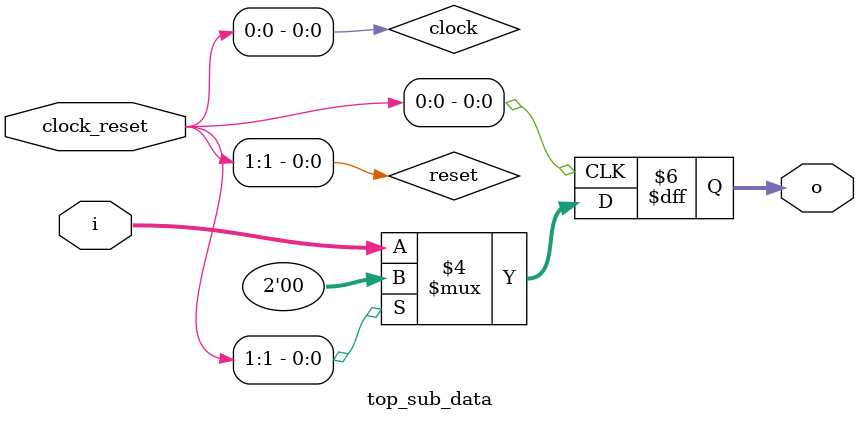
<source format=v>
module top(input wire [1:0] clock_reset, input wire [3:0] i, output wire [1:0] o);
   wire [11:0] od;
   wire [9:0] d;
   wire [7:0] q;
   assign o = od[1:0];
   top_master c0(.clock_reset(clock_reset), .i(d[9:5]), .o(q[7:3]));
   top_sub c1(.clock_reset(clock_reset), .i(d[4:0]), .o(q[2:0]));
   assign d = od[11:2];
   assign od = kernel_kernel(clock_reset, i, q);
   function [11:0] kernel_kernel(input reg [1:0] arg_0, input reg [3:0] arg_1, input reg [7:0] arg_2);
         reg [4:0] or0;
         reg [7:0] or1;
         reg [3:0] or2;
         reg [0:0] or3;
         reg [2:0] or4;
         reg [1:0] or5;
         reg [0:0] or6;
         reg [2:0] or7;
         reg [3:0] or8;
         reg [2:0] or9;
         // d
         reg [9:0] or10;
         // d
         reg [9:0] or11;
         reg [4:0] or12;
         reg [0:0] or13;
         // d
         reg [9:0] or14;
         reg [2:0] or15;
         reg [0:0] or16;
         // d
         reg [9:0] or17;
         // d
         reg [9:0] or18;
         reg [3:0] or19;
         reg [2:0] or20;
         reg [1:0] or21;
         reg [0:0] or22;
         reg [1:0] or23;
         reg [0:0] or24;
         // o
         reg [1:0] or25;
         reg [11:0] or26;
         localparam ol0 = 1'b1;
         localparam ol1 = 10'bXXXXXX0000;
         localparam ol2 = 1'b1;
         localparam ol3 = 2'b00;
         begin
            or23 = arg_0;
            or19 = arg_1;
            or1 = arg_2;
            or0 = or1[7:3];
            or2 = or0[4:1];
            or3 = or2[3:3];
            or4 = or2[2:0];
            or5 = or4[1:0];
            or6 = or4[2:2];
            or7 = {or5, or6};
            or9 = or7[2:0];
            or8 = {ol0, or9};
            or10 = ol1;
            or10[3:0] = or8;
            case (or3)
               1'b1 : or11 = or10;
               default : or11 = ol1;
            endcase
            or12 = or1[7:3];
            or13 = or12[0:0];
            or14 = or11;
            or14[4:4] = or13;
            or15 = or1[2:0];
            or16 = or15[0:0];
            or17 = or14;
            or17[9:9] = or16;
            or18 = or17;
            or18[8:5] = or19;
            or20 = or1[2:0];
            or21 = or20[2:1];
            or22 = or23[1:1];
            or24 = |or22;
            or25 = or24 ? ol3 : or21;
            or26 = {or18, or25};
            kernel_kernel = or26;
         end
   endfunction
endmodule
module top_master(input wire [1:0] clock_reset, input wire [4:0] i, output wire [4:0] o);
   wire [4:0] od;
   ;
   ;
   assign o = od[4:0];
   assign od = kernel_master_kernel(clock_reset, i);
   function [4:0] kernel_master_kernel(input reg [1:0] arg_0, input reg [4:0] arg_1);
         reg [3:0] or0;
         reg [4:0] or1;
         reg [0:0] or2;
         reg [2:0] or3;
         reg [0:0] or4;
         reg [1:0] or5;
         reg [2:0] or6;
         reg [3:0] or7;
         reg [2:0] or8;
         // o
         reg [4:0] or9;
         // o
         reg [4:0] or10;
         reg [0:0] or11;
         reg [1:0] or12;
         reg [0:0] or13;
         // o
         reg [4:0] or14;
         // o
         reg [4:0] or15;
         // o
         reg [4:0] or16;
         localparam ol0 = 1'b1;
         localparam ol1 = 5'b00001;
         localparam ol2 = 1'b1;
         localparam ol3 = 4'b0000;
         localparam ol4 = 1'b0;
         begin
            or12 = arg_0;
            or1 = arg_1;
            or0 = or1[3:0];
            or2 = or0[3:3];
            or3 = or0[2:0];
            or4 = or3[0:0];
            or5 = or3[2:1];
            or6 = {or4, or5};
            or8 = or6[2:0];
            or7 = {ol0, or8};
            or9 = ol1;
            or9[4:1] = or7;
            case (or2)
               1'b1 : or10 = or9;
               default : or10 = ol1;
            endcase
            or11 = or12[1:1];
            or13 = |or11;
            or14 = or10;
            or14[4:1] = ol3;
            or15 = or14;
            or15[0:0] = ol4;
            or16 = or13 ? or15 : or10;
            kernel_master_kernel = or16;
         end
   endfunction
endmodule
module top_sub(input wire [1:0] clock_reset, input wire [4:0] i, output wire [2:0] o);
   wire [4:0] od;
   wire [1:0] d;
   wire [1:0] q;
   assign o = od[2:0];
   top_sub_data c0(.clock_reset(clock_reset), .i(d[1:0]), .o(q[1:0]));
   assign d = od[4:3];
   assign od = kernel_bottom_kernel(clock_reset, i, q);
   function [4:0] kernel_bottom_kernel(input reg [1:0] arg_0, input reg [4:0] arg_1, input reg [1:0] arg_2);
         reg [1:0] or0;
         // d
         reg [1:0] or1;
         // o
         reg [2:0] or2;
         reg [3:0] or3;
         reg [4:0] or4;
         reg [0:0] or5;
         reg [2:0] or6;
         reg [0:0] or7;
         reg [1:0] or8;
         // d
         reg [1:0] or9;
         // o
         reg [2:0] or10;
         // d
         reg [1:0] or11;
         // o
         reg [2:0] or12;
         reg [0:0] or13;
         reg [1:0] or14;
         reg [0:0] or15;
         // o
         reg [2:0] or16;
         // o
         reg [2:0] or17;
         reg [4:0] or18;
         localparam ol0 = 2'bXX;
         localparam ol1 = 3'bXX0;
         localparam ol2 = 1'b1;
         localparam ol3 = 1'b0;
         begin
            or14 = arg_0;
            or4 = arg_1;
            or0 = arg_2;
            or1 = ol0;
            or1[1:0] = or0;
            or2 = ol1;
            or2[2:1] = or0;
            or3 = or4[3:0];
            or5 = or3[3:3];
            or6 = or3[2:0];
            or7 = or6[0:0];
            or8 = or6[2:1];
            or9 = or1;
            or9[1:0] = or8;
            or10 = or2;
            or10[0:0] = or7;
            case (or5)
               1'b1 : or11 = or9;
               default : or11 = or1;
            endcase
            case (or5)
               1'b1 : or12 = or10;
               default : or12 = or2;
            endcase
            or13 = or14[1:1];
            or15 = |or13;
            or16 = or12;
            or16[0:0] = ol3;
            or17 = or15 ? or16 : or12;
            or18 = {or11, or17};
            kernel_bottom_kernel = or18;
         end
   endfunction
endmodule
module top_sub_data(input wire [1:0] clock_reset, input wire [1:0] i, output reg [1:0] o);
   wire  clock;
   wire  reset;
   assign clock = clock_reset[0];
   assign reset = clock_reset[1];
   initial begin
      o = 2'b00;
   end
   always @(posedge clock) begin
      if (reset) begin
         o <= 2'b00;
      end else begin
         o <= i;
      end
   end
endmodule

</source>
